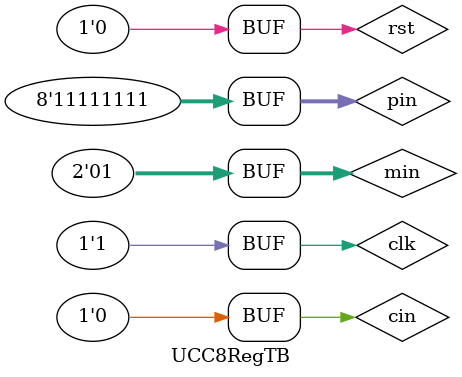
<source format=v>
`timescale 1ns/1ns

module UCC8RegTB();
reg [7:0] pin;
reg [1:0] min;
reg cin, clk, rst;
wire [1:0] mout;
wire cout;
wire[7:0] fout;
UCC8WithReg uut(fout, cout, mout, cin,rst,clk, pin, min);
initial begin
  #500;
  clk = 0;
  rst = 1;
  pin = 8'b11110000;
  min = 2'b11;
  cin = 1;
  repeat (5) #400 clk=~clk; 
  rst = 0;
  repeat (5) #400 clk=~clk;
  min = 2'b00;
  repeat (5) #400 clk=~clk;
  min = 2'b11;
  pin = 8'b11111111;
  repeat (5) #400 clk=~clk;
  min = 2'b10;
  repeat (10) #400 clk=~clk;
  min = 2'b01;
  repeat (10) #400 clk=~clk;
  cin = 0;
  repeat (5) #400 clk=~clk;
end
endmodule
</source>
